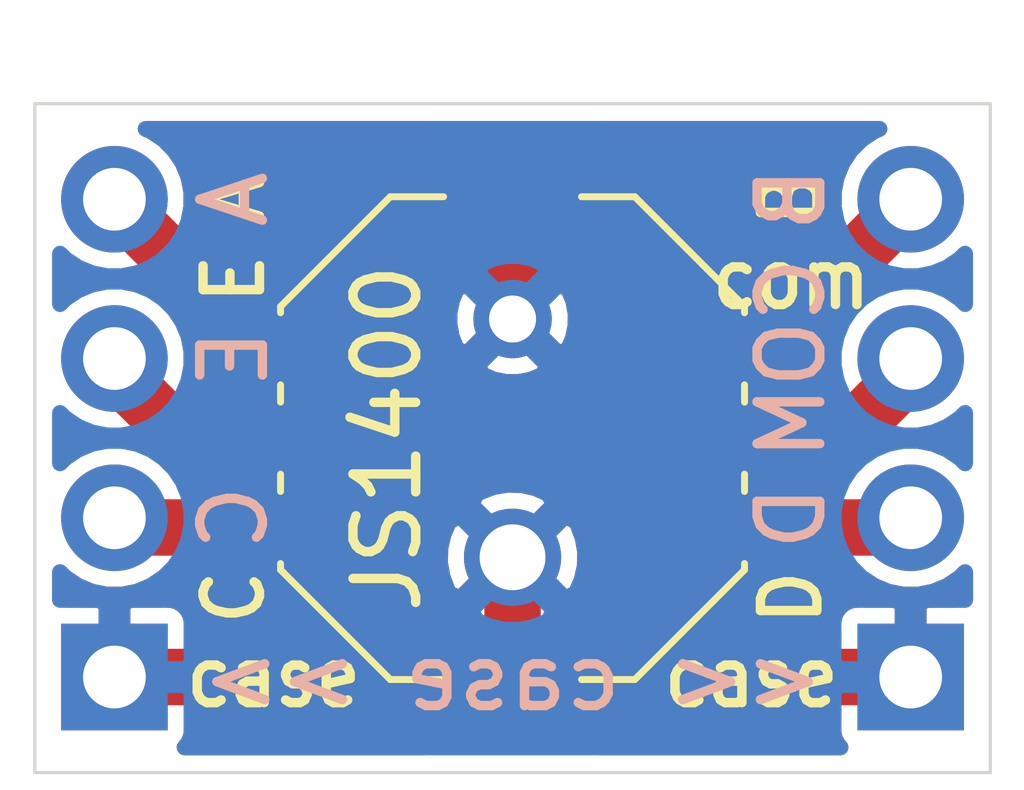
<source format=kicad_pcb>
(kicad_pcb (version 20171130) (host pcbnew "(5.1.6)-1")

  (general
    (thickness 1.6)
    (drawings 19)
    (tracks 20)
    (zones 0)
    (modules 3)
    (nets 8)
  )

  (page A4)
  (layers
    (0 F.Cu signal)
    (31 B.Cu signal)
    (32 B.Adhes user)
    (33 F.Adhes user)
    (34 B.Paste user)
    (35 F.Paste user)
    (36 B.SilkS user)
    (37 F.SilkS user)
    (38 B.Mask user)
    (39 F.Mask user)
    (40 Dwgs.User user)
    (41 Cmts.User user)
    (42 Eco1.User user)
    (43 Eco2.User user)
    (44 Edge.Cuts user)
    (45 Margin user)
    (46 B.CrtYd user)
    (47 F.CrtYd user)
    (48 B.Fab user)
    (49 F.Fab user)
  )

  (setup
    (last_trace_width 0.25)
    (trace_clearance 0.2)
    (zone_clearance 0.25)
    (zone_45_only no)
    (trace_min 0.2)
    (via_size 0.8)
    (via_drill 0.4)
    (via_min_size 0.4)
    (via_min_drill 0.3)
    (uvia_size 0.3)
    (uvia_drill 0.1)
    (uvias_allowed no)
    (uvia_min_size 0.2)
    (uvia_min_drill 0.1)
    (edge_width 0.05)
    (segment_width 0.2)
    (pcb_text_width 0.3)
    (pcb_text_size 1.5 1.5)
    (mod_edge_width 0.12)
    (mod_text_size 1 1)
    (mod_text_width 0.15)
    (pad_size 1.524 1.524)
    (pad_drill 0.762)
    (pad_to_mask_clearance 0.05)
    (aux_axis_origin 0 0)
    (visible_elements 7FFFFFFF)
    (pcbplotparams
      (layerselection 0x010f8_ffffffff)
      (usegerberextensions false)
      (usegerberattributes true)
      (usegerberadvancedattributes true)
      (creategerberjobfile true)
      (excludeedgelayer true)
      (linewidth 0.100000)
      (plotframeref false)
      (viasonmask false)
      (mode 1)
      (useauxorigin false)
      (hpglpennumber 1)
      (hpglpenspeed 20)
      (hpglpendiameter 15.000000)
      (psnegative false)
      (psa4output false)
      (plotreference true)
      (plotvalue true)
      (plotinvisibletext false)
      (padsonsilk false)
      (subtractmaskfromsilk false)
      (outputformat 1)
      (mirror false)
      (drillshape 0)
      (scaleselection 1)
      (outputdirectory "gerber"))
  )

  (net 0 "")
  (net 1 /A)
  (net 2 /E)
  (net 3 /C)
  (net 4 GND)
  (net 5 /B)
  (net 6 /COM)
  (net 7 /D)

  (net_class Default "This is the default net class."
    (clearance 0.2)
    (trace_width 0.25)
    (via_dia 0.8)
    (via_drill 0.4)
    (uvia_dia 0.3)
    (uvia_drill 0.1)
  )

  (net_class tracks ""
    (clearance 0.25)
    (trace_width 0.9)
    (via_dia 0.8)
    (via_drill 0.4)
    (uvia_dia 0.3)
    (uvia_drill 0.1)
    (add_net /A)
    (add_net /B)
    (add_net /C)
    (add_net /COM)
    (add_net /D)
    (add_net /E)
    (add_net GND)
  )

  (module Connector_PinHeader_2.54mm:PinHeader_1x04_P2.54mm_Vertical (layer B.Cu) (tedit 5F6D1561) (tstamp 5F6D3631)
    (at 132.08 88.9)
    (descr "Through hole straight pin header, 1x04, 2.54mm pitch, single row")
    (tags "Through hole pin header THT 1x04 2.54mm single row")
    (path /5F6D30E6)
    (fp_text reference J1 (at 0 2.33 180) (layer B.SilkS) hide
      (effects (font (size 1 1) (thickness 0.15)) (justify mirror))
    )
    (fp_text value L (at 0 -9.95 180) (layer B.Fab)
      (effects (font (size 1 1) (thickness 0.15)) (justify mirror))
    )
    (fp_line (start 1.8 1.8) (end -1.8 1.8) (layer B.CrtYd) (width 0.05))
    (fp_line (start 1.8 -9.4) (end 1.8 1.8) (layer B.CrtYd) (width 0.05))
    (fp_line (start -1.8 -9.4) (end 1.8 -9.4) (layer B.CrtYd) (width 0.05))
    (fp_line (start -1.8 1.8) (end -1.8 -9.4) (layer B.CrtYd) (width 0.05))
    (fp_line (start -1.27 0.635) (end -0.635 1.27) (layer B.Fab) (width 0.1))
    (fp_line (start -1.27 -8.89) (end -1.27 0.635) (layer B.Fab) (width 0.1))
    (fp_line (start 1.27 -8.89) (end -1.27 -8.89) (layer B.Fab) (width 0.1))
    (fp_line (start 1.27 1.27) (end 1.27 -8.89) (layer B.Fab) (width 0.1))
    (fp_line (start -0.635 1.27) (end 1.27 1.27) (layer B.Fab) (width 0.1))
    (fp_text user %R (at 0 -3.81 90) (layer B.Fab)
      (effects (font (size 1 1) (thickness 0.15)) (justify mirror))
    )
    (pad 4 thru_hole oval (at 0 -7.62) (size 1.7 1.7) (drill 1) (layers *.Cu *.Mask)
      (net 1 /A))
    (pad 3 thru_hole oval (at 0 -5.08) (size 1.7 1.7) (drill 1) (layers *.Cu *.Mask)
      (net 2 /E))
    (pad 2 thru_hole oval (at 0 -2.54) (size 1.7 1.7) (drill 1) (layers *.Cu *.Mask)
      (net 3 /C))
    (pad 1 thru_hole rect (at 0 0) (size 1.7 1.7) (drill 1) (layers *.Cu *.Mask)
      (net 4 GND))
    (model ${KISYS3DMOD}/Connector_PinHeader_2.54mm.3dshapes/PinHeader_1x04_P2.54mm_Vertical.wrl
      (at (xyz 0 0 0))
      (scale (xyz 1 1 1))
      (rotate (xyz 0 0 0))
    )
  )

  (module Connector_PinHeader_2.54mm:PinHeader_1x04_P2.54mm_Vertical (layer B.Cu) (tedit 5F6D1521) (tstamp 5F6D3795)
    (at 144.78 88.9)
    (descr "Through hole straight pin header, 1x04, 2.54mm pitch, single row")
    (tags "Through hole pin header THT 1x04 2.54mm single row")
    (path /5F6D47DD)
    (fp_text reference J2 (at 0 2.33 180) (layer B.SilkS) hide
      (effects (font (size 1 1) (thickness 0.15)) (justify mirror))
    )
    (fp_text value R (at 0 -9.95 180) (layer B.Fab)
      (effects (font (size 1 1) (thickness 0.15)) (justify mirror))
    )
    (fp_line (start 1.8 1.8) (end -1.8 1.8) (layer B.CrtYd) (width 0.05))
    (fp_line (start 1.8 -9.4) (end 1.8 1.8) (layer B.CrtYd) (width 0.05))
    (fp_line (start -1.8 -9.4) (end 1.8 -9.4) (layer B.CrtYd) (width 0.05))
    (fp_line (start -1.8 1.8) (end -1.8 -9.4) (layer B.CrtYd) (width 0.05))
    (fp_line (start -1.27 0.635) (end -0.635 1.27) (layer B.Fab) (width 0.1))
    (fp_line (start -1.27 -8.89) (end -1.27 0.635) (layer B.Fab) (width 0.1))
    (fp_line (start 1.27 -8.89) (end -1.27 -8.89) (layer B.Fab) (width 0.1))
    (fp_line (start 1.27 1.27) (end 1.27 -8.89) (layer B.Fab) (width 0.1))
    (fp_line (start -0.635 1.27) (end 1.27 1.27) (layer B.Fab) (width 0.1))
    (fp_text user %R (at 0 -3.81 90) (layer B.Fab)
      (effects (font (size 1 1) (thickness 0.15)) (justify mirror))
    )
    (pad 4 thru_hole oval (at 0 -7.62) (size 1.7 1.7) (drill 1) (layers *.Cu *.Mask)
      (net 5 /B))
    (pad 3 thru_hole oval (at 0 -5.08) (size 1.7 1.7) (drill 1) (layers *.Cu *.Mask)
      (net 6 /COM))
    (pad 2 thru_hole oval (at 0 -2.54) (size 1.7 1.7) (drill 1) (layers *.Cu *.Mask)
      (net 7 /D))
    (pad 1 thru_hole rect (at 0 0) (size 1.7 1.7) (drill 1) (layers *.Cu *.Mask)
      (net 4 GND))
    (model ${KISYS3DMOD}/Connector_PinHeader_2.54mm.3dshapes/PinHeader_1x04_P2.54mm_Vertical.wrl
      (at (xyz 0 0 0))
      (scale (xyz 1 1 1))
      (rotate (xyz 0 0 0))
    )
  )

  (module 0footprints:JS1400 (layer F.Cu) (tedit 5F6D0664) (tstamp 5F6D3682)
    (at 138.43 85.09)
    (path /5F6D1073)
    (fp_text reference SW1 (at 0 -6.096) (layer F.SilkS) hide
      (effects (font (size 1 1) (thickness 0.15)))
    )
    (fp_text value JS1400 (at -2 0 90) (layer F.SilkS)
      (effects (font (size 1 1) (thickness 0.15)))
    )
    (fp_line (start -1.1 -5.05) (end 1.1 -5.05) (layer F.CrtYd) (width 0.12))
    (fp_line (start -1.1 -5) (end -1.1 -5.05) (layer F.CrtYd) (width 0.12))
    (fp_line (start -1.1 -4) (end -1.1 -5) (layer F.CrtYd) (width 0.12))
    (fp_line (start -2 -4) (end -1.1 -4) (layer F.CrtYd) (width 0.12))
    (fp_line (start -3.9 -2.1) (end -2 -4) (layer F.CrtYd) (width 0.12))
    (fp_line (start -3.9 -2.05) (end -3.9 -2.1) (layer F.CrtYd) (width 0.12))
    (fp_line (start -5.1 -2.05) (end -3.9 -2.05) (layer F.CrtYd) (width 0.12))
    (fp_line (start -5.1 -2) (end -5.1 -2.05) (layer F.CrtYd) (width 0.12))
    (fp_line (start -5.1 2.05) (end -5.1 -2) (layer F.CrtYd) (width 0.12))
    (fp_line (start -3.85 2.05) (end -5.1 2.05) (layer F.CrtYd) (width 0.12))
    (fp_line (start -3.85 2.15) (end -3.85 2.05) (layer F.CrtYd) (width 0.12))
    (fp_line (start -2 4) (end -3.85 2.15) (layer F.CrtYd) (width 0.12))
    (fp_line (start -1.1 4) (end -2 4) (layer F.CrtYd) (width 0.12))
    (fp_line (start -1.1 5.05) (end -1.1 4) (layer F.CrtYd) (width 0.12))
    (fp_line (start 1.1 5.05) (end -1.1 5.05) (layer F.CrtYd) (width 0.12))
    (fp_line (start 1.1 4) (end 1.1 5.05) (layer F.CrtYd) (width 0.12))
    (fp_line (start 2 4) (end 1.1 4) (layer F.CrtYd) (width 0.12))
    (fp_line (start 3.85 2.15) (end 2 4) (layer F.CrtYd) (width 0.12))
    (fp_line (start 3.85 2.05) (end 3.85 2.15) (layer F.CrtYd) (width 0.12))
    (fp_line (start 5.1 2.05) (end 3.85 2.05) (layer F.CrtYd) (width 0.12))
    (fp_line (start 5.1 2) (end 5.1 2.05) (layer F.CrtYd) (width 0.12))
    (fp_line (start 5.1 -2.05) (end 5.1 2) (layer F.CrtYd) (width 0.12))
    (fp_line (start 3.9 -2.05) (end 5.1 -2.05) (layer F.CrtYd) (width 0.12))
    (fp_line (start 3.9 -2.1) (end 3.9 -2.05) (layer F.CrtYd) (width 0.12))
    (fp_line (start 2 -4) (end 3.9 -2.1) (layer F.CrtYd) (width 0.12))
    (fp_line (start 1.1 -4) (end 2 -4) (layer F.CrtYd) (width 0.12))
    (fp_line (start 1.1 -5.05) (end 1.1 -4) (layer F.CrtYd) (width 0.12))
    (fp_line (start 3.7 0.85) (end 3.7 0.575) (layer F.SilkS) (width 0.11))
    (fp_line (start -3.7 0.85) (end -3.7 0.575) (layer F.SilkS) (width 0.11))
    (fp_line (start -3.7 -0.85) (end -3.7 -0.575) (layer F.SilkS) (width 0.11))
    (fp_line (start 3.7 -0.85) (end 3.7 -0.575) (layer F.SilkS) (width 0.11))
    (fp_line (start 3.7 2) (end 3.7 2.1) (layer F.SilkS) (width 0.11))
    (fp_line (start 1.95 3.85) (end 1.1 3.85) (layer F.SilkS) (width 0.11))
    (fp_line (start 3.7 2.1) (end 1.95 3.85) (layer F.SilkS) (width 0.11))
    (fp_line (start -3.7 -2) (end -3.7 -2.1) (layer F.SilkS) (width 0.11))
    (fp_line (start -3.7 -2.1) (end -1.95 -3.85) (layer F.SilkS) (width 0.11))
    (fp_line (start -1.95 -3.85) (end -1.1 -3.85) (layer F.SilkS) (width 0.11))
    (fp_line (start -3.7 2) (end -3.7 2.1) (layer F.SilkS) (width 0.11))
    (fp_line (start -3.7 2.1) (end -1.95 3.85) (layer F.SilkS) (width 0.11))
    (fp_line (start -1.95 3.85) (end -1.1 3.85) (layer F.SilkS) (width 0.11))
    (fp_line (start 3.7 -2) (end 3.7 -2.1) (layer F.SilkS) (width 0.11))
    (fp_line (start 1.95 -3.85) (end 1.1 -3.85) (layer F.SilkS) (width 0.11))
    (fp_line (start 3.7 -2.1) (end 1.95 -3.85) (layer F.SilkS) (width 0.11))
    (pad 10 thru_hole circle (at 0 1.9) (size 1.55 1.55) (drill 1.05) (layers *.Cu *.Mask)
      (net 4 GND))
    (pad 9 thru_hole circle (at 0 -1.9) (size 1.25 1.25) (drill 0.75) (layers *.Cu *.Mask)
      (net 4 GND))
    (pad 8 smd rect (at 0 4.05) (size 2 1.8) (layers F.Cu F.Paste F.Mask)
      (net 4 GND))
    (pad 7 smd rect (at 0 -4.05) (size 2 1.8) (layers F.Cu F.Paste F.Mask)
      (net 4 GND))
    (pad 6 smd rect (at 4 1.425) (size 2 1) (layers F.Cu F.Paste F.Mask)
      (net 7 /D))
    (pad 5 smd rect (at 4 0) (size 2 1) (layers F.Cu F.Paste F.Mask)
      (net 6 /COM))
    (pad 4 smd rect (at 4 -1.425) (size 2 1) (layers F.Cu F.Paste F.Mask)
      (net 5 /B))
    (pad 3 smd rect (at -4 1.425) (size 2 1) (layers F.Cu F.Paste F.Mask)
      (net 3 /C))
    (pad 2 smd rect (at -4 0) (size 2 1) (layers F.Cu F.Paste F.Mask)
      (net 2 /E))
    (pad 1 smd rect (at -4 -1.425) (size 2 1) (layers F.Cu F.Paste F.Mask)
      (net 1 /A))
  )

  (gr_text D (at 142.875 87.63 90) (layer F.SilkS) (tstamp 5F6D4442)
    (effects (font (size 0.9 0.8) (thickness 0.15)))
  )
  (gr_text case (at 142.24 88.9) (layer F.SilkS) (tstamp 5F6D4407)
    (effects (font (size 0.9 0.8) (thickness 0.15)))
  )
  (gr_text case (at 134.62 88.9) (layer F.SilkS) (tstamp 5F6D40CE)
    (effects (font (size 0.9 0.8) (thickness 0.15)))
  )
  (gr_text C (at 133.985 87.63 90) (layer F.SilkS) (tstamp 5F6D40CD)
    (effects (font (size 0.9 0.8) (thickness 0.15)))
  )
  (gr_text com (at 142.875 82.55) (layer F.SilkS) (tstamp 5F6D414B)
    (effects (font (size 0.9 0.8) (thickness 0.15)))
  )
  (gr_text B (at 142.875 81.28 90) (layer F.SilkS) (tstamp 5F6D40CD)
    (effects (font (size 0.9 0.8) (thickness 0.15)))
  )
  (gr_text E (at 133.985 82.55 90) (layer F.SilkS)
    (effects (font (size 0.9 0.8) (thickness 0.15)))
  )
  (gr_text A (at 133.985 81.28 90) (layer F.SilkS)
    (effects (font (size 0.9 0.8) (thickness 0.15)))
  )
  (gr_text "<< case >>" (at 138.43 88.9) (layer B.SilkS)
    (effects (font (size 1 1) (thickness 0.15)) (justify mirror))
  )
  (gr_text A (at 133.985 81.28 90) (layer B.SilkS)
    (effects (font (size 1 1) (thickness 0.15)) (justify mirror))
  )
  (gr_text E (at 133.985 83.82 90) (layer B.SilkS)
    (effects (font (size 1 1) (thickness 0.15)) (justify mirror))
  )
  (gr_text C (at 133.985 86.36 90) (layer B.SilkS)
    (effects (font (size 1 1) (thickness 0.15)) (justify mirror))
  )
  (gr_text D (at 142.875 86.36 90) (layer B.SilkS)
    (effects (font (size 1 1) (thickness 0.15)) (justify mirror))
  )
  (gr_text COM (at 142.875 83.82 90) (layer B.SilkS)
    (effects (font (size 1 1) (thickness 0.15)) (justify mirror))
  )
  (gr_text B (at 142.875 81.28 90) (layer B.SilkS)
    (effects (font (size 1 1) (thickness 0.15)) (justify mirror))
  )
  (gr_line (start 146.05 90.424) (end 146.05 79.756) (layer Edge.Cuts) (width 0.05) (tstamp 5F6D3AED))
  (gr_line (start 130.81 90.424) (end 146.05 90.424) (layer Edge.Cuts) (width 0.05))
  (gr_line (start 130.81 79.756) (end 130.81 90.424) (layer Edge.Cuts) (width 0.05))
  (gr_line (start 146.05 79.756) (end 130.81 79.756) (layer Edge.Cuts) (width 0.05))

  (segment (start 132.08 81.315) (end 134.43 83.665) (width 0.9) (layer F.Cu) (net 1))
  (segment (start 132.08 81.28) (end 132.08 81.315) (width 0.9) (layer F.Cu) (net 1))
  (segment (start 132.08 83.82) (end 132.08 84.00796) (width 0.9) (layer F.Cu) (net 2))
  (segment (start 133.16204 85.09) (end 134.43 85.09) (width 0.9) (layer F.Cu) (net 2))
  (segment (start 132.08 84.00796) (end 133.16204 85.09) (width 0.9) (layer F.Cu) (net 2))
  (segment (start 132.235 86.515) (end 132.08 86.36) (width 0.9) (layer F.Cu) (net 3))
  (segment (start 134.43 86.515) (end 132.235 86.515) (width 0.9) (layer F.Cu) (net 3))
  (segment (start 138.67 88.9) (end 138.43 89.14) (width 0.9) (layer F.Cu) (net 4))
  (segment (start 144.78 88.9) (end 138.67 88.9) (width 0.9) (layer F.Cu) (net 4))
  (segment (start 138.19 88.9) (end 138.43 89.14) (width 0.9) (layer F.Cu) (net 4))
  (segment (start 132.08 88.9) (end 138.19 88.9) (width 0.9) (layer F.Cu) (net 4))
  (segment (start 138.43 89.14) (end 138.43 86.99) (width 0.9) (layer F.Cu) (net 4))
  (segment (start 138.43 81.04) (end 138.43 83.19) (width 0.9) (layer F.Cu) (net 4))
  (segment (start 144.78 81.315) (end 142.43 83.665) (width 0.9) (layer F.Cu) (net 5))
  (segment (start 144.78 81.28) (end 144.78 81.315) (width 0.9) (layer F.Cu) (net 5))
  (segment (start 144.78 83.82) (end 144.78 84.02828) (width 0.9) (layer F.Cu) (net 6))
  (segment (start 143.71828 85.09) (end 142.43 85.09) (width 0.9) (layer F.Cu) (net 6))
  (segment (start 144.78 84.02828) (end 143.71828 85.09) (width 0.9) (layer F.Cu) (net 6))
  (segment (start 144.625 86.515) (end 144.78 86.36) (width 0.9) (layer F.Cu) (net 7))
  (segment (start 142.43 86.515) (end 144.625 86.515) (width 0.9) (layer F.Cu) (net 7))

  (zone (net 4) (net_name GND) (layer F.Cu) (tstamp 5F6D446B) (hatch edge 0.508)
    (connect_pads (clearance 0.25))
    (min_thickness 0.254)
    (fill yes (arc_segments 32) (thermal_gap 0.254) (thermal_bridge_width 0.508))
    (polygon
      (pts
        (xy 146.05 90.424) (xy 130.81 90.424) (xy 130.81 79.756) (xy 146.05 79.756)
      )
    )
    (filled_polygon
      (pts
        (xy 137.049 80.81775) (xy 137.14425 80.913) (xy 138.303 80.913) (xy 138.303 80.893) (xy 138.557 80.893)
        (xy 138.557 80.913) (xy 139.71575 80.913) (xy 139.811 80.81775) (xy 139.812794 80.158) (xy 144.282443 80.158)
        (xy 144.198798 80.192647) (xy 143.997833 80.326927) (xy 143.826927 80.497833) (xy 143.692647 80.698798) (xy 143.600153 80.922097)
        (xy 143.553 81.159151) (xy 143.553 81.372446) (xy 142.139271 82.786176) (xy 141.43 82.786176) (xy 141.356095 82.793455)
        (xy 141.28503 82.815012) (xy 141.219537 82.850019) (xy 141.162131 82.897131) (xy 141.115019 82.954537) (xy 141.080012 83.02003)
        (xy 141.058455 83.091095) (xy 141.051176 83.165) (xy 141.051176 84.165) (xy 141.058455 84.238905) (xy 141.080012 84.30997)
        (xy 141.115019 84.375463) (xy 141.116691 84.3775) (xy 141.115019 84.379537) (xy 141.080012 84.44503) (xy 141.058455 84.516095)
        (xy 141.051176 84.59) (xy 141.051176 85.59) (xy 141.058455 85.663905) (xy 141.080012 85.73497) (xy 141.115019 85.800463)
        (xy 141.116691 85.8025) (xy 141.115019 85.804537) (xy 141.080012 85.87003) (xy 141.058455 85.941095) (xy 141.051176 86.015)
        (xy 141.051176 87.015) (xy 141.058455 87.088905) (xy 141.080012 87.15997) (xy 141.115019 87.225463) (xy 141.162131 87.282869)
        (xy 141.219537 87.329981) (xy 141.28503 87.364988) (xy 141.356095 87.386545) (xy 141.43 87.393824) (xy 143.43 87.393824)
        (xy 143.503905 87.386545) (xy 143.57497 87.364988) (xy 143.617977 87.342) (xy 144.041125 87.342) (xy 144.198798 87.447353)
        (xy 144.422097 87.539847) (xy 144.659151 87.587) (xy 144.900849 87.587) (xy 145.137903 87.539847) (xy 145.361202 87.447353)
        (xy 145.562167 87.313073) (xy 145.648 87.22724) (xy 145.648 87.66893) (xy 145.63 87.667157) (xy 145.00225 87.669)
        (xy 144.907 87.76425) (xy 144.907 88.773) (xy 144.927 88.773) (xy 144.927 89.027) (xy 144.907 89.027)
        (xy 144.907 89.047) (xy 144.653 89.047) (xy 144.653 89.027) (xy 143.64425 89.027) (xy 143.549 89.12225)
        (xy 143.547157 89.75) (xy 143.554513 89.824689) (xy 143.576299 89.896508) (xy 143.611678 89.962696) (xy 143.659289 90.020711)
        (xy 143.66086 90.022) (xy 139.812794 90.022) (xy 139.811 89.36225) (xy 139.71575 89.267) (xy 138.557 89.267)
        (xy 138.557 89.287) (xy 138.303 89.287) (xy 138.303 89.267) (xy 137.14425 89.267) (xy 137.049 89.36225)
        (xy 137.047206 90.022) (xy 133.19914 90.022) (xy 133.200711 90.020711) (xy 133.248322 89.962696) (xy 133.283701 89.896508)
        (xy 133.305487 89.824689) (xy 133.312843 89.75) (xy 133.311 89.12225) (xy 133.21575 89.027) (xy 132.207 89.027)
        (xy 132.207 89.047) (xy 131.953 89.047) (xy 131.953 89.027) (xy 131.933 89.027) (xy 131.933 88.773)
        (xy 131.953 88.773) (xy 131.953 87.76425) (xy 132.207 87.76425) (xy 132.207 88.773) (xy 133.21575 88.773)
        (xy 133.311 88.67775) (xy 133.312285 88.24) (xy 137.047157 88.24) (xy 137.049 88.91775) (xy 137.14425 89.013)
        (xy 138.303 89.013) (xy 138.303 88.993) (xy 138.557 88.993) (xy 138.557 89.013) (xy 139.71575 89.013)
        (xy 139.811 88.91775) (xy 139.812843 88.24) (xy 139.805487 88.165311) (xy 139.783701 88.093492) (xy 139.760454 88.05)
        (xy 143.547157 88.05) (xy 143.549 88.67775) (xy 143.64425 88.773) (xy 144.653 88.773) (xy 144.653 87.76425)
        (xy 144.55775 87.669) (xy 143.93 87.667157) (xy 143.855311 87.674513) (xy 143.783492 87.696299) (xy 143.717304 87.731678)
        (xy 143.659289 87.779289) (xy 143.611678 87.837304) (xy 143.576299 87.903492) (xy 143.554513 87.975311) (xy 143.547157 88.05)
        (xy 139.760454 88.05) (xy 139.748322 88.027304) (xy 139.700711 87.969289) (xy 139.642696 87.921678) (xy 139.576508 87.886299)
        (xy 139.504689 87.864513) (xy 139.43 87.857157) (xy 139.074464 87.857999) (xy 139.088849 87.828454) (xy 138.43 87.169605)
        (xy 137.771151 87.828454) (xy 137.785536 87.857999) (xy 137.43 87.857157) (xy 137.355311 87.864513) (xy 137.283492 87.886299)
        (xy 137.217304 87.921678) (xy 137.159289 87.969289) (xy 137.111678 88.027304) (xy 137.076299 88.093492) (xy 137.054513 88.165311)
        (xy 137.047157 88.24) (xy 133.312285 88.24) (xy 133.312843 88.05) (xy 133.305487 87.975311) (xy 133.283701 87.903492)
        (xy 133.248322 87.837304) (xy 133.200711 87.779289) (xy 133.142696 87.731678) (xy 133.076508 87.696299) (xy 133.004689 87.674513)
        (xy 132.93 87.667157) (xy 132.30225 87.669) (xy 132.207 87.76425) (xy 131.953 87.76425) (xy 131.85775 87.669)
        (xy 131.23 87.667157) (xy 131.212 87.66893) (xy 131.212 87.22724) (xy 131.297833 87.313073) (xy 131.498798 87.447353)
        (xy 131.722097 87.539847) (xy 131.959151 87.587) (xy 132.200849 87.587) (xy 132.437903 87.539847) (xy 132.661202 87.447353)
        (xy 132.818875 87.342) (xy 133.242023 87.342) (xy 133.28503 87.364988) (xy 133.356095 87.386545) (xy 133.43 87.393824)
        (xy 135.43 87.393824) (xy 135.503905 87.386545) (xy 135.57497 87.364988) (xy 135.640463 87.329981) (xy 135.697869 87.282869)
        (xy 135.744981 87.225463) (xy 135.779988 87.15997) (xy 135.801545 87.088905) (xy 135.803252 87.07157) (xy 137.271274 87.07157)
        (xy 137.309452 87.29606) (xy 137.390692 87.508787) (xy 137.421237 87.565929) (xy 137.591546 87.648849) (xy 138.250395 86.99)
        (xy 138.609605 86.99) (xy 139.268454 87.648849) (xy 139.438763 87.565929) (xy 139.531739 87.358063) (xy 139.582375 87.136053)
        (xy 139.588726 86.90843) (xy 139.550548 86.68394) (xy 139.469308 86.471213) (xy 139.438763 86.414071) (xy 139.268454 86.331151)
        (xy 138.609605 86.99) (xy 138.250395 86.99) (xy 137.591546 86.331151) (xy 137.421237 86.414071) (xy 137.328261 86.621937)
        (xy 137.277625 86.843947) (xy 137.271274 87.07157) (xy 135.803252 87.07157) (xy 135.808824 87.015) (xy 135.808824 86.151546)
        (xy 137.771151 86.151546) (xy 138.43 86.810395) (xy 139.088849 86.151546) (xy 139.005929 85.981237) (xy 138.798063 85.888261)
        (xy 138.576053 85.837625) (xy 138.34843 85.831274) (xy 138.12394 85.869452) (xy 137.911213 85.950692) (xy 137.854071 85.981237)
        (xy 137.771151 86.151546) (xy 135.808824 86.151546) (xy 135.808824 86.015) (xy 135.801545 85.941095) (xy 135.779988 85.87003)
        (xy 135.744981 85.804537) (xy 135.743309 85.8025) (xy 135.744981 85.800463) (xy 135.779988 85.73497) (xy 135.801545 85.663905)
        (xy 135.808824 85.59) (xy 135.808824 84.59) (xy 135.801545 84.516095) (xy 135.779988 84.44503) (xy 135.744981 84.379537)
        (xy 135.743309 84.3775) (xy 135.744981 84.375463) (xy 135.779988 84.30997) (xy 135.801545 84.238905) (xy 135.808824 84.165)
        (xy 135.808824 83.920984) (xy 137.878621 83.920984) (xy 137.94328 84.075978) (xy 138.125478 84.153909) (xy 138.319379 84.194797)
        (xy 138.517531 84.197072) (xy 138.712319 84.160645) (xy 138.896258 84.086917) (xy 138.91672 84.075978) (xy 138.981379 83.920984)
        (xy 138.43 83.369605) (xy 137.878621 83.920984) (xy 135.808824 83.920984) (xy 135.808824 83.277531) (xy 137.422928 83.277531)
        (xy 137.459355 83.472319) (xy 137.533083 83.656258) (xy 137.544022 83.67672) (xy 137.699016 83.741379) (xy 138.250395 83.19)
        (xy 138.609605 83.19) (xy 139.160984 83.741379) (xy 139.315978 83.67672) (xy 139.393909 83.494522) (xy 139.434797 83.300621)
        (xy 139.437072 83.102469) (xy 139.400645 82.907681) (xy 139.326917 82.723742) (xy 139.315978 82.70328) (xy 139.160984 82.638621)
        (xy 138.609605 83.19) (xy 138.250395 83.19) (xy 137.699016 82.638621) (xy 137.544022 82.70328) (xy 137.466091 82.885478)
        (xy 137.425203 83.079379) (xy 137.422928 83.277531) (xy 135.808824 83.277531) (xy 135.808824 83.165) (xy 135.801545 83.091095)
        (xy 135.779988 83.02003) (xy 135.744981 82.954537) (xy 135.697869 82.897131) (xy 135.640463 82.850019) (xy 135.57497 82.815012)
        (xy 135.503905 82.793455) (xy 135.43 82.786176) (xy 134.72073 82.786176) (xy 133.874554 81.94) (xy 137.047157 81.94)
        (xy 137.054513 82.014689) (xy 137.076299 82.086508) (xy 137.111678 82.152696) (xy 137.159289 82.210711) (xy 137.217304 82.258322)
        (xy 137.283492 82.293701) (xy 137.355311 82.315487) (xy 137.43 82.322843) (xy 137.935929 82.321644) (xy 137.878621 82.459016)
        (xy 138.43 83.010395) (xy 138.981379 82.459016) (xy 138.924071 82.321644) (xy 139.43 82.322843) (xy 139.504689 82.315487)
        (xy 139.576508 82.293701) (xy 139.642696 82.258322) (xy 139.700711 82.210711) (xy 139.748322 82.152696) (xy 139.783701 82.086508)
        (xy 139.805487 82.014689) (xy 139.812843 81.94) (xy 139.811 81.26225) (xy 139.71575 81.167) (xy 138.557 81.167)
        (xy 138.557 81.187) (xy 138.303 81.187) (xy 138.303 81.167) (xy 137.14425 81.167) (xy 137.049 81.26225)
        (xy 137.047157 81.94) (xy 133.874554 81.94) (xy 133.307 81.372447) (xy 133.307 81.159151) (xy 133.259847 80.922097)
        (xy 133.167353 80.698798) (xy 133.033073 80.497833) (xy 132.862167 80.326927) (xy 132.661202 80.192647) (xy 132.577557 80.158)
        (xy 137.047206 80.158)
      )
    )
  )
  (zone (net 4) (net_name GND) (layer B.Cu) (tstamp 5F6D4468) (hatch edge 0.508)
    (connect_pads (clearance 0.25))
    (min_thickness 0.254)
    (fill yes (arc_segments 32) (thermal_gap 0.254) (thermal_bridge_width 0.508))
    (polygon
      (pts
        (xy 146.05 90.424) (xy 130.81 90.424) (xy 130.81 79.756) (xy 146.05 79.756)
      )
    )
    (filled_polygon
      (pts
        (xy 144.198798 80.192647) (xy 143.997833 80.326927) (xy 143.826927 80.497833) (xy 143.692647 80.698798) (xy 143.600153 80.922097)
        (xy 143.553 81.159151) (xy 143.553 81.400849) (xy 143.600153 81.637903) (xy 143.692647 81.861202) (xy 143.826927 82.062167)
        (xy 143.997833 82.233073) (xy 144.198798 82.367353) (xy 144.422097 82.459847) (xy 144.659151 82.507) (xy 144.900849 82.507)
        (xy 145.137903 82.459847) (xy 145.361202 82.367353) (xy 145.562167 82.233073) (xy 145.648001 82.147239) (xy 145.648001 82.952761)
        (xy 145.562167 82.866927) (xy 145.361202 82.732647) (xy 145.137903 82.640153) (xy 144.900849 82.593) (xy 144.659151 82.593)
        (xy 144.422097 82.640153) (xy 144.198798 82.732647) (xy 143.997833 82.866927) (xy 143.826927 83.037833) (xy 143.692647 83.238798)
        (xy 143.600153 83.462097) (xy 143.553 83.699151) (xy 143.553 83.940849) (xy 143.600153 84.177903) (xy 143.692647 84.401202)
        (xy 143.826927 84.602167) (xy 143.997833 84.773073) (xy 144.198798 84.907353) (xy 144.422097 84.999847) (xy 144.659151 85.047)
        (xy 144.900849 85.047) (xy 145.137903 84.999847) (xy 145.361202 84.907353) (xy 145.562167 84.773073) (xy 145.648001 84.687239)
        (xy 145.648 85.49276) (xy 145.562167 85.406927) (xy 145.361202 85.272647) (xy 145.137903 85.180153) (xy 144.900849 85.133)
        (xy 144.659151 85.133) (xy 144.422097 85.180153) (xy 144.198798 85.272647) (xy 143.997833 85.406927) (xy 143.826927 85.577833)
        (xy 143.692647 85.778798) (xy 143.600153 86.002097) (xy 143.553 86.239151) (xy 143.553 86.480849) (xy 143.600153 86.717903)
        (xy 143.692647 86.941202) (xy 143.826927 87.142167) (xy 143.997833 87.313073) (xy 144.198798 87.447353) (xy 144.422097 87.539847)
        (xy 144.659151 87.587) (xy 144.900849 87.587) (xy 145.137903 87.539847) (xy 145.361202 87.447353) (xy 145.562167 87.313073)
        (xy 145.648 87.22724) (xy 145.648 87.66893) (xy 145.63 87.667157) (xy 145.00225 87.669) (xy 144.907 87.76425)
        (xy 144.907 88.773) (xy 144.927 88.773) (xy 144.927 89.027) (xy 144.907 89.027) (xy 144.907 89.047)
        (xy 144.653 89.047) (xy 144.653 89.027) (xy 143.64425 89.027) (xy 143.549 89.12225) (xy 143.547157 89.75)
        (xy 143.554513 89.824689) (xy 143.576299 89.896508) (xy 143.611678 89.962696) (xy 143.659289 90.020711) (xy 143.66086 90.022)
        (xy 133.19914 90.022) (xy 133.200711 90.020711) (xy 133.248322 89.962696) (xy 133.283701 89.896508) (xy 133.305487 89.824689)
        (xy 133.312843 89.75) (xy 133.311 89.12225) (xy 133.21575 89.027) (xy 132.207 89.027) (xy 132.207 89.047)
        (xy 131.953 89.047) (xy 131.953 89.027) (xy 131.933 89.027) (xy 131.933 88.773) (xy 131.953 88.773)
        (xy 131.953 87.76425) (xy 132.207 87.76425) (xy 132.207 88.773) (xy 133.21575 88.773) (xy 133.311 88.67775)
        (xy 133.312843 88.05) (xy 133.305487 87.975311) (xy 133.283701 87.903492) (xy 133.248322 87.837304) (xy 133.24106 87.828454)
        (xy 137.771151 87.828454) (xy 137.854071 87.998763) (xy 138.061937 88.091739) (xy 138.283947 88.142375) (xy 138.51157 88.148726)
        (xy 138.73606 88.110548) (xy 138.894604 88.05) (xy 143.547157 88.05) (xy 143.549 88.67775) (xy 143.64425 88.773)
        (xy 144.653 88.773) (xy 144.653 87.76425) (xy 144.55775 87.669) (xy 143.93 87.667157) (xy 143.855311 87.674513)
        (xy 143.783492 87.696299) (xy 143.717304 87.731678) (xy 143.659289 87.779289) (xy 143.611678 87.837304) (xy 143.576299 87.903492)
        (xy 143.554513 87.975311) (xy 143.547157 88.05) (xy 138.894604 88.05) (xy 138.948787 88.029308) (xy 139.005929 87.998763)
        (xy 139.088849 87.828454) (xy 138.43 87.169605) (xy 137.771151 87.828454) (xy 133.24106 87.828454) (xy 133.200711 87.779289)
        (xy 133.142696 87.731678) (xy 133.076508 87.696299) (xy 133.004689 87.674513) (xy 132.93 87.667157) (xy 132.30225 87.669)
        (xy 132.207 87.76425) (xy 131.953 87.76425) (xy 131.85775 87.669) (xy 131.23 87.667157) (xy 131.212 87.66893)
        (xy 131.212 87.22724) (xy 131.297833 87.313073) (xy 131.498798 87.447353) (xy 131.722097 87.539847) (xy 131.959151 87.587)
        (xy 132.200849 87.587) (xy 132.437903 87.539847) (xy 132.661202 87.447353) (xy 132.862167 87.313073) (xy 133.033073 87.142167)
        (xy 133.080244 87.07157) (xy 137.271274 87.07157) (xy 137.309452 87.29606) (xy 137.390692 87.508787) (xy 137.421237 87.565929)
        (xy 137.591546 87.648849) (xy 138.250395 86.99) (xy 138.609605 86.99) (xy 139.268454 87.648849) (xy 139.438763 87.565929)
        (xy 139.531739 87.358063) (xy 139.582375 87.136053) (xy 139.588726 86.90843) (xy 139.550548 86.68394) (xy 139.469308 86.471213)
        (xy 139.438763 86.414071) (xy 139.268454 86.331151) (xy 138.609605 86.99) (xy 138.250395 86.99) (xy 137.591546 86.331151)
        (xy 137.421237 86.414071) (xy 137.328261 86.621937) (xy 137.277625 86.843947) (xy 137.271274 87.07157) (xy 133.080244 87.07157)
        (xy 133.167353 86.941202) (xy 133.259847 86.717903) (xy 133.307 86.480849) (xy 133.307 86.239151) (xy 133.289575 86.151546)
        (xy 137.771151 86.151546) (xy 138.43 86.810395) (xy 139.088849 86.151546) (xy 139.005929 85.981237) (xy 138.798063 85.888261)
        (xy 138.576053 85.837625) (xy 138.34843 85.831274) (xy 138.12394 85.869452) (xy 137.911213 85.950692) (xy 137.854071 85.981237)
        (xy 137.771151 86.151546) (xy 133.289575 86.151546) (xy 133.259847 86.002097) (xy 133.167353 85.778798) (xy 133.033073 85.577833)
        (xy 132.862167 85.406927) (xy 132.661202 85.272647) (xy 132.437903 85.180153) (xy 132.200849 85.133) (xy 131.959151 85.133)
        (xy 131.722097 85.180153) (xy 131.498798 85.272647) (xy 131.297833 85.406927) (xy 131.212 85.49276) (xy 131.212 84.68724)
        (xy 131.297833 84.773073) (xy 131.498798 84.907353) (xy 131.722097 84.999847) (xy 131.959151 85.047) (xy 132.200849 85.047)
        (xy 132.437903 84.999847) (xy 132.661202 84.907353) (xy 132.862167 84.773073) (xy 133.033073 84.602167) (xy 133.167353 84.401202)
        (xy 133.259847 84.177903) (xy 133.307 83.940849) (xy 133.307 83.920984) (xy 137.878621 83.920984) (xy 137.94328 84.075978)
        (xy 138.125478 84.153909) (xy 138.319379 84.194797) (xy 138.517531 84.197072) (xy 138.712319 84.160645) (xy 138.896258 84.086917)
        (xy 138.91672 84.075978) (xy 138.981379 83.920984) (xy 138.43 83.369605) (xy 137.878621 83.920984) (xy 133.307 83.920984)
        (xy 133.307 83.699151) (xy 133.259847 83.462097) (xy 133.183397 83.277531) (xy 137.422928 83.277531) (xy 137.459355 83.472319)
        (xy 137.533083 83.656258) (xy 137.544022 83.67672) (xy 137.699016 83.741379) (xy 138.250395 83.19) (xy 138.609605 83.19)
        (xy 139.160984 83.741379) (xy 139.315978 83.67672) (xy 139.393909 83.494522) (xy 139.434797 83.300621) (xy 139.437072 83.102469)
        (xy 139.400645 82.907681) (xy 139.326917 82.723742) (xy 139.315978 82.70328) (xy 139.160984 82.638621) (xy 138.609605 83.19)
        (xy 138.250395 83.19) (xy 137.699016 82.638621) (xy 137.544022 82.70328) (xy 137.466091 82.885478) (xy 137.425203 83.079379)
        (xy 137.422928 83.277531) (xy 133.183397 83.277531) (xy 133.167353 83.238798) (xy 133.033073 83.037833) (xy 132.862167 82.866927)
        (xy 132.661202 82.732647) (xy 132.437903 82.640153) (xy 132.200849 82.593) (xy 131.959151 82.593) (xy 131.722097 82.640153)
        (xy 131.498798 82.732647) (xy 131.297833 82.866927) (xy 131.212 82.95276) (xy 131.212 82.14724) (xy 131.297833 82.233073)
        (xy 131.498798 82.367353) (xy 131.722097 82.459847) (xy 131.959151 82.507) (xy 132.200849 82.507) (xy 132.437903 82.459847)
        (xy 132.439909 82.459016) (xy 137.878621 82.459016) (xy 138.43 83.010395) (xy 138.981379 82.459016) (xy 138.91672 82.304022)
        (xy 138.734522 82.226091) (xy 138.540621 82.185203) (xy 138.342469 82.182928) (xy 138.147681 82.219355) (xy 137.963742 82.293083)
        (xy 137.94328 82.304022) (xy 137.878621 82.459016) (xy 132.439909 82.459016) (xy 132.661202 82.367353) (xy 132.862167 82.233073)
        (xy 133.033073 82.062167) (xy 133.167353 81.861202) (xy 133.259847 81.637903) (xy 133.307 81.400849) (xy 133.307 81.159151)
        (xy 133.259847 80.922097) (xy 133.167353 80.698798) (xy 133.033073 80.497833) (xy 132.862167 80.326927) (xy 132.661202 80.192647)
        (xy 132.577557 80.158) (xy 144.282443 80.158)
      )
    )
  )
)

</source>
